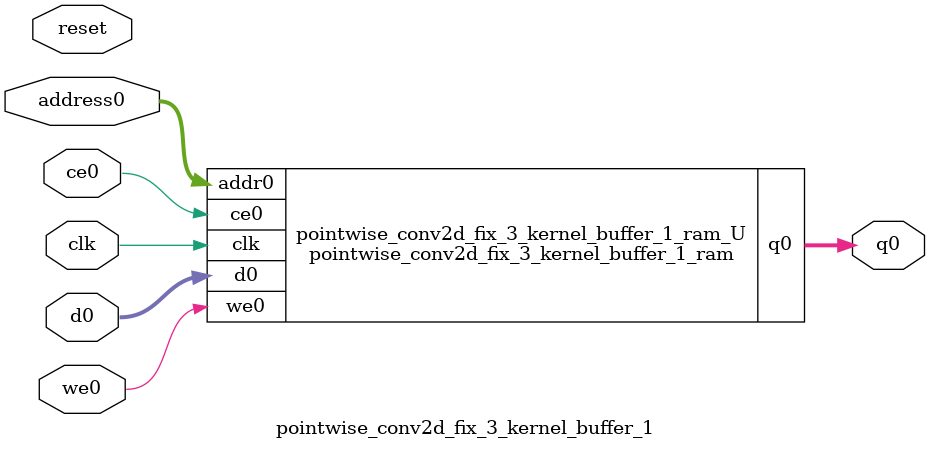
<source format=v>
`timescale 1 ns / 1 ps
module pointwise_conv2d_fix_3_kernel_buffer_1_ram (addr0, ce0, d0, we0, q0,  clk);

parameter DWIDTH = 16;
parameter AWIDTH = 4;
parameter MEM_SIZE = 16;

input[AWIDTH-1:0] addr0;
input ce0;
input[DWIDTH-1:0] d0;
input we0;
output reg[DWIDTH-1:0] q0;
input clk;

(* ram_style = "distributed" *)reg [DWIDTH-1:0] ram[0:MEM_SIZE-1];




always @(posedge clk)  
begin 
    if (ce0) 
    begin
        if (we0) 
        begin 
            ram[addr0] <= d0; 
        end 
        q0 <= ram[addr0];
    end
end


endmodule

`timescale 1 ns / 1 ps
module pointwise_conv2d_fix_3_kernel_buffer_1(
    reset,
    clk,
    address0,
    ce0,
    we0,
    d0,
    q0);

parameter DataWidth = 32'd16;
parameter AddressRange = 32'd16;
parameter AddressWidth = 32'd4;
input reset;
input clk;
input[AddressWidth - 1:0] address0;
input ce0;
input we0;
input[DataWidth - 1:0] d0;
output[DataWidth - 1:0] q0;



pointwise_conv2d_fix_3_kernel_buffer_1_ram pointwise_conv2d_fix_3_kernel_buffer_1_ram_U(
    .clk( clk ),
    .addr0( address0 ),
    .ce0( ce0 ),
    .we0( we0 ),
    .d0( d0 ),
    .q0( q0 ));

endmodule


</source>
